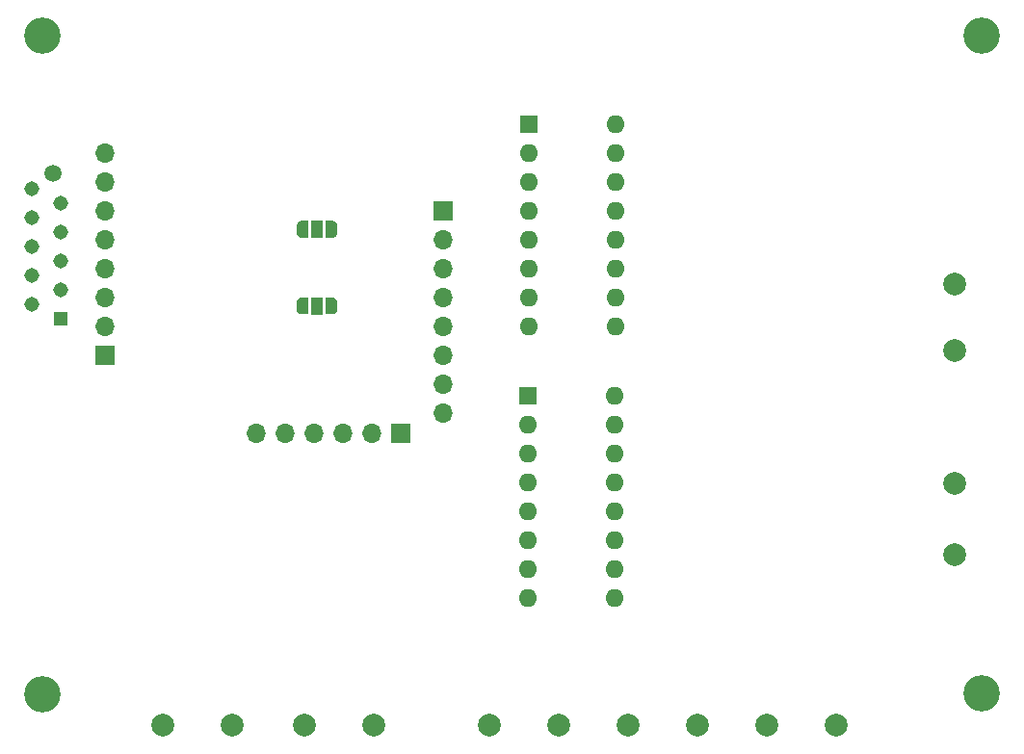
<source format=gbr>
G04 #@! TF.GenerationSoftware,KiCad,Pcbnew,(5.1.9-0-10_14)*
G04 #@! TF.CreationDate,2021-04-19T17:00:47+02:00*
G04 #@! TF.ProjectId,dac-i2s-nos,6461632d-6932-4732-9d6e-6f732e6b6963,rev?*
G04 #@! TF.SameCoordinates,Original*
G04 #@! TF.FileFunction,Soldermask,Bot*
G04 #@! TF.FilePolarity,Negative*
%FSLAX46Y46*%
G04 Gerber Fmt 4.6, Leading zero omitted, Abs format (unit mm)*
G04 Created by KiCad (PCBNEW (5.1.9-0-10_14)) date 2021-04-19 17:00:47*
%MOMM*%
%LPD*%
G01*
G04 APERTURE LIST*
%ADD10O,1.700000X1.700000*%
%ADD11R,1.700000X1.700000*%
%ADD12C,2.000000*%
%ADD13O,1.600000X1.600000*%
%ADD14R,1.600000X1.600000*%
%ADD15R,1.000000X1.500000*%
%ADD16C,0.100000*%
%ADD17R,1.308000X1.308000*%
%ADD18C,1.308000*%
%ADD19C,1.500000*%
%ADD20C,3.200000*%
G04 APERTURE END LIST*
D10*
X148844000Y-94742000D03*
X148844000Y-92202000D03*
X148844000Y-89662000D03*
X148844000Y-87122000D03*
X148844000Y-84582000D03*
X148844000Y-82042000D03*
X148844000Y-79502000D03*
D11*
X148844000Y-76962000D03*
D12*
X193802000Y-100965000D03*
X193802000Y-107188000D03*
D13*
X163978000Y-93218000D03*
X156358000Y-110998000D03*
X163978000Y-95758000D03*
X156358000Y-108458000D03*
X163978000Y-98298000D03*
X156358000Y-105918000D03*
X163978000Y-100838000D03*
X156358000Y-103378000D03*
X163978000Y-103378000D03*
X156358000Y-100838000D03*
X163978000Y-105918000D03*
X156358000Y-98298000D03*
X163978000Y-108458000D03*
X156358000Y-95758000D03*
X163978000Y-110998000D03*
D14*
X156358000Y-93218000D03*
D12*
X177292000Y-122174000D03*
X171196000Y-122174000D03*
X183388000Y-122174000D03*
X193802000Y-89281000D03*
X193802000Y-83439000D03*
X159004000Y-122174000D03*
X152908000Y-122174000D03*
X165100000Y-122174000D03*
D13*
X164002501Y-69393001D03*
X156382501Y-87173001D03*
X164002501Y-71933001D03*
X156382501Y-84633001D03*
X164002501Y-74473001D03*
X156382501Y-82093001D03*
X164002501Y-77013001D03*
X156382501Y-79553001D03*
X164002501Y-79553001D03*
X156382501Y-77013001D03*
X164002501Y-82093001D03*
X156382501Y-74473001D03*
X164002501Y-84633001D03*
X156382501Y-71933001D03*
X164002501Y-87173001D03*
D14*
X156382501Y-69393001D03*
D15*
X137795000Y-78613000D03*
D16*
G36*
X139095000Y-77863602D02*
G01*
X139119534Y-77863602D01*
X139168365Y-77868412D01*
X139216490Y-77877984D01*
X139263445Y-77892228D01*
X139308778Y-77911005D01*
X139352051Y-77934136D01*
X139392850Y-77961396D01*
X139430779Y-77992524D01*
X139465476Y-78027221D01*
X139496604Y-78065150D01*
X139523864Y-78105949D01*
X139546995Y-78149222D01*
X139565772Y-78194555D01*
X139580016Y-78241510D01*
X139589588Y-78289635D01*
X139594398Y-78338466D01*
X139594398Y-78363000D01*
X139595000Y-78363000D01*
X139595000Y-78863000D01*
X139594398Y-78863000D01*
X139594398Y-78887534D01*
X139589588Y-78936365D01*
X139580016Y-78984490D01*
X139565772Y-79031445D01*
X139546995Y-79076778D01*
X139523864Y-79120051D01*
X139496604Y-79160850D01*
X139465476Y-79198779D01*
X139430779Y-79233476D01*
X139392850Y-79264604D01*
X139352051Y-79291864D01*
X139308778Y-79314995D01*
X139263445Y-79333772D01*
X139216490Y-79348016D01*
X139168365Y-79357588D01*
X139119534Y-79362398D01*
X139095000Y-79362398D01*
X139095000Y-79363000D01*
X138545000Y-79363000D01*
X138545000Y-77863000D01*
X139095000Y-77863000D01*
X139095000Y-77863602D01*
G37*
G36*
X137045000Y-79363000D02*
G01*
X136495000Y-79363000D01*
X136495000Y-79362398D01*
X136470466Y-79362398D01*
X136421635Y-79357588D01*
X136373510Y-79348016D01*
X136326555Y-79333772D01*
X136281222Y-79314995D01*
X136237949Y-79291864D01*
X136197150Y-79264604D01*
X136159221Y-79233476D01*
X136124524Y-79198779D01*
X136093396Y-79160850D01*
X136066136Y-79120051D01*
X136043005Y-79076778D01*
X136024228Y-79031445D01*
X136009984Y-78984490D01*
X136000412Y-78936365D01*
X135995602Y-78887534D01*
X135995602Y-78863000D01*
X135995000Y-78863000D01*
X135995000Y-78363000D01*
X135995602Y-78363000D01*
X135995602Y-78338466D01*
X136000412Y-78289635D01*
X136009984Y-78241510D01*
X136024228Y-78194555D01*
X136043005Y-78149222D01*
X136066136Y-78105949D01*
X136093396Y-78065150D01*
X136124524Y-78027221D01*
X136159221Y-77992524D01*
X136197150Y-77961396D01*
X136237949Y-77934136D01*
X136281222Y-77911005D01*
X136326555Y-77892228D01*
X136373510Y-77877984D01*
X136421635Y-77868412D01*
X136470466Y-77863602D01*
X136495000Y-77863602D01*
X136495000Y-77863000D01*
X137045000Y-77863000D01*
X137045000Y-79363000D01*
G37*
D15*
X137765000Y-85344000D03*
D16*
G36*
X139065000Y-84594602D02*
G01*
X139089534Y-84594602D01*
X139138365Y-84599412D01*
X139186490Y-84608984D01*
X139233445Y-84623228D01*
X139278778Y-84642005D01*
X139322051Y-84665136D01*
X139362850Y-84692396D01*
X139400779Y-84723524D01*
X139435476Y-84758221D01*
X139466604Y-84796150D01*
X139493864Y-84836949D01*
X139516995Y-84880222D01*
X139535772Y-84925555D01*
X139550016Y-84972510D01*
X139559588Y-85020635D01*
X139564398Y-85069466D01*
X139564398Y-85094000D01*
X139565000Y-85094000D01*
X139565000Y-85594000D01*
X139564398Y-85594000D01*
X139564398Y-85618534D01*
X139559588Y-85667365D01*
X139550016Y-85715490D01*
X139535772Y-85762445D01*
X139516995Y-85807778D01*
X139493864Y-85851051D01*
X139466604Y-85891850D01*
X139435476Y-85929779D01*
X139400779Y-85964476D01*
X139362850Y-85995604D01*
X139322051Y-86022864D01*
X139278778Y-86045995D01*
X139233445Y-86064772D01*
X139186490Y-86079016D01*
X139138365Y-86088588D01*
X139089534Y-86093398D01*
X139065000Y-86093398D01*
X139065000Y-86094000D01*
X138515000Y-86094000D01*
X138515000Y-84594000D01*
X139065000Y-84594000D01*
X139065000Y-84594602D01*
G37*
G36*
X137015000Y-86094000D02*
G01*
X136465000Y-86094000D01*
X136465000Y-86093398D01*
X136440466Y-86093398D01*
X136391635Y-86088588D01*
X136343510Y-86079016D01*
X136296555Y-86064772D01*
X136251222Y-86045995D01*
X136207949Y-86022864D01*
X136167150Y-85995604D01*
X136129221Y-85964476D01*
X136094524Y-85929779D01*
X136063396Y-85891850D01*
X136036136Y-85851051D01*
X136013005Y-85807778D01*
X135994228Y-85762445D01*
X135979984Y-85715490D01*
X135970412Y-85667365D01*
X135965602Y-85618534D01*
X135965602Y-85594000D01*
X135965000Y-85594000D01*
X135965000Y-85094000D01*
X135965602Y-85094000D01*
X135965602Y-85069466D01*
X135970412Y-85020635D01*
X135979984Y-84972510D01*
X135994228Y-84925555D01*
X136013005Y-84880222D01*
X136036136Y-84836949D01*
X136063396Y-84796150D01*
X136094524Y-84758221D01*
X136129221Y-84723524D01*
X136167150Y-84692396D01*
X136207949Y-84665136D01*
X136251222Y-84642005D01*
X136296555Y-84623228D01*
X136343510Y-84608984D01*
X136391635Y-84599412D01*
X136440466Y-84594602D01*
X136465000Y-84594602D01*
X136465000Y-84594000D01*
X137015000Y-84594000D01*
X137015000Y-86094000D01*
G37*
D10*
X132461000Y-96520000D03*
X135001000Y-96520000D03*
X137541000Y-96520000D03*
X140081000Y-96520000D03*
X142621000Y-96520000D03*
D11*
X145161000Y-96520000D03*
D17*
X115294000Y-86490000D03*
D18*
X112754000Y-85220000D03*
X115294000Y-83950000D03*
X112754000Y-82680000D03*
X115294000Y-81410000D03*
X112754000Y-80140000D03*
X115294000Y-78870000D03*
X112754000Y-77600000D03*
X115294000Y-76330000D03*
X112754000Y-75060000D03*
D19*
X114554000Y-73660000D03*
D10*
X119126000Y-71882000D03*
X119126000Y-74422000D03*
X119126000Y-76962000D03*
X119126000Y-79502000D03*
X119126000Y-82042000D03*
X119126000Y-84582000D03*
X119126000Y-87122000D03*
D11*
X119126000Y-89662000D03*
D12*
X130302000Y-122174000D03*
X124206000Y-122174000D03*
X142811500Y-122174000D03*
X136652000Y-122174000D03*
D20*
X113665000Y-119507000D03*
X196215000Y-119380000D03*
X196215000Y-61595000D03*
X113665000Y-61595000D03*
M02*

</source>
